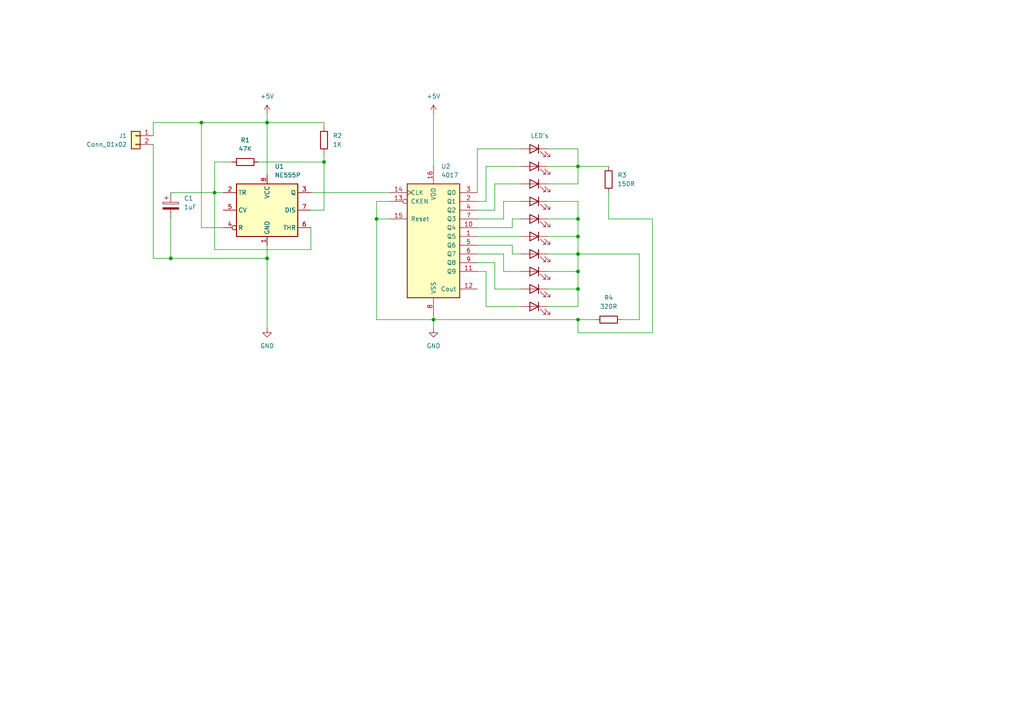
<source format=kicad_sch>
(kicad_sch (version 20231120) (generator "eeschema") (generator_version "8.0")
  (paper "A4")
  (lib_symbols
    (symbol "4xxx:4017" (pin_names (offset 1.016))
      (property "Reference" "U" (at -7.62 16.51 0))
      (property "Value" "4017" (at -7.62 -19.05 0))
      (symbol "4017_1_0"
        (pin output line (at 12.7 0 180) (length 5.08) (name "Q5") (number "1"))
        (pin output line (at 12.7 2.54 180) (length 5.08) (name "Q4") (number "10"))
        (pin output line (at 12.7 -10.16 180) (length 5.08) (name "Q9") (number "11"))
        (pin output line (at 12.7 -15.24 180) (length 5.08) (name "Cout") (number "12"))
        (pin input inverted (at -12.7 10.16 0) (length 5.08) (name "CKEN") (number "13"))
        (pin input clock (at -12.7 12.7 0) (length 5.08) (name "CLK") (number "14"))
        (pin input line (at -12.7 5.08 0) (length 5.08) (name "Reset") (number "15"))
        (pin power_in line (at 0 20.32 270) (length 5.08) (name "VDD") (number "16"))
        (pin output line (at 12.7 10.16 180) (length 5.08) (name "Q1") (number "2"))
        (pin output line (at 12.7 12.7 180) (length 5.08) (name "Q0") (number "3"))
        (pin output line (at 12.7 7.62 180) (length 5.08) (name "Q2") (number "4"))
        (pin output line (at 12.7 -2.54 180) (length 5.08) (name "Q6") (number "5"))
        (pin output line (at 12.7 -5.08 180) (length 5.08) (name "Q7") (number "6"))
        (pin output line (at 12.7 5.08 180) (length 5.08) (name "Q3") (number "7"))
        (pin power_in line (at 0 -22.86 90) (length 5.08) (name "VSS") (number "8"))
        (pin output line (at 12.7 -7.62 180) (length 5.08) (name "Q8") (number "9"))
      )
      (symbol "4017_1_1"
        (rectangle (start -7.62 15.24) (end 7.62 -17.78) (stroke (width 0.254)) (fill (type background)))
      )
    )
    (symbol "Connector_Generic:Conn_01x02" (pin_names (offset 1.016) hide)
      (property "Reference" "J" (at 0 2.54 0))
      (property "Value" "Conn_01x02" (at 0 -5.08 0))
      (symbol "Conn_01x02_1_1"
        (rectangle (start -1.27 -2.413) (end 0 -2.667) (stroke (width 0.1524)))
        (rectangle (start -1.27 0.127) (end 0 -0.127) (stroke (width 0.1524)))
        (rectangle (start -1.27 1.27) (end 1.27 -3.81) (stroke (width 0.254)) (fill (type background)))
        (pin passive line (at -5.08 0 0) (length 3.81) (name "Pin_1") (number "1"))
        (pin passive line (at -5.08 -2.54 0) (length 3.81) (name "Pin_2") (number "2"))
      )
    )
    (symbol "Device:C_Polarized" (pin_numbers hide) (pin_names (offset 0.254))
      (property "Reference" "C" (at 0.635 2.54 0))
      (property "Value" "C_Polarized" (at 0.635 -2.54 0))
      (symbol "C_Polarized_0_1"
        (rectangle (start -2.286 0.508) (end 2.286 1.016))
        (polyline (pts (xy -1.778 2.286) (xy -0.762 2.286)))
        (polyline (pts (xy -1.27 2.794) (xy -1.27 1.778)))
        (rectangle (start 2.286 -0.508) (end -2.286 -1.016) (fill (type outline)))
      )
      (symbol "C_Polarized_1_1"
        (pin passive line (at 0 3.81 270) (length 2.794) (name "~") (number "1"))
        (pin passive line (at 0 -3.81 90) (length 2.794) (name "~") (number "2"))
      )
    )
    (symbol "Device:LED" (pin_numbers hide) (pin_names (offset 1.016) hide)
      (property "Reference" "D" (at 0 2.54 0))
      (property "Value" "LED" (at 0 -2.54 0))
      (symbol "LED_0_1"
        (polyline (pts (xy -1.27 -1.27) (xy -1.27 1.27)) (stroke (width 0.254)))
        (polyline (pts (xy -1.27 0) (xy 1.27 0)))
        (polyline (pts (xy 1.27 -1.27) (xy 1.27 1.27) (xy -1.27 0) (xy 1.27 -1.27)) (stroke (width 0.254)))
        (polyline (pts (xy -3.048 -0.762) (xy -4.572 -2.286) (xy -3.81 -2.286) (xy -4.572 -2.286) (xy -4.572 -1.524)))
        (polyline (pts (xy -1.778 -0.762) (xy -3.302 -2.286) (xy -2.54 -2.286) (xy -3.302 -2.286) (xy -3.302 -1.524)))
      )
      (symbol "LED_1_1"
        (pin passive line (at -3.81 0 0) (length 2.54) (name "K") (number "1"))
        (pin passive line (at 3.81 0 180) (length 2.54) (name "A") (number "2"))
      )
    )
    (symbol "Device:R" (pin_numbers hide) (pin_names (offset 0))
      (property "Reference" "R" (at 2.032 0 90))
      (property "Value" "R" (at 0 0 90))
      (symbol "R_0_1"
        (rectangle (start -1.016 -2.54) (end 1.016 2.54) (stroke (width 0.254)))
      )
      (symbol "R_1_1"
        (pin passive line (at 0 3.81 270) (length 1.27) (name "~") (number "1"))
        (pin passive line (at 0 -3.81 90) (length 1.27) (name "~") (number "2"))
      )
    )
    (symbol "Timer:NE555P"
      (property "Reference" "U" (at -10.16 8.89 0))
      (property "Value" "NE555P" (at 2.54 8.89 0))
      (symbol "NE555P_0_0"
        (pin power_in line (at 0 -10.16 90) (length 2.54) (name "GND") (number "1"))
        (pin power_in line (at 0 10.16 270) (length 2.54) (name "VCC") (number "8"))
      )
      (symbol "NE555P_0_1"
        (rectangle (start -8.89 -7.62) (end 8.89 7.62) (stroke (width 0.254)) (fill (type background)))
        (rectangle (start -8.89 -7.62) (end 8.89 7.62) (stroke (width 0.254)) (fill (type background)))
      )
      (symbol "NE555P_1_1"
        (pin input line (at -12.7 5.08 0) (length 3.81) (name "TR") (number "2"))
        (pin output line (at 12.7 5.08 180) (length 3.81) (name "Q") (number "3"))
        (pin input inverted (at -12.7 -5.08 0) (length 3.81) (name "R") (number "4"))
        (pin input line (at -12.7 0 0) (length 3.81) (name "CV") (number "5"))
        (pin input line (at 12.7 -5.08 180) (length 3.81) (name "THR") (number "6"))
        (pin input line (at 12.7 0 180) (length 3.81) (name "DIS") (number "7"))
      )
    )
    (symbol "power:+5V" (power) (pin_names (offset 0))
      (property "Value" "+5V" (at 0 3.556 0))
      (symbol "+5V_0_1"
        (polyline (pts (xy -0.762 1.27) (xy 0 2.54)))
        (polyline (pts (xy 0 0) (xy 0 2.54)))
        (polyline (pts (xy 0 2.54) (xy 0.762 1.27)))
      )
      (symbol "+5V_1_1"
        (pin power_in line (at 0 0 90) (length 0) hide (name "+5V") (number "1"))
      )
    )
    (symbol "power:GND" (power) (pin_names (offset 0))
      (property "Value" "GND" (at 0 -3.81 0))
      (symbol "GND_0_1"
        (polyline (pts (xy 0 0) (xy 0 -1.27) (xy 1.27 -1.27) (xy 0 -2.54) (xy -1.27 -1.27) (xy 0 -1.27)))
      )
      (symbol "GND_1_1"
        (pin power_in line (at 0 0 270) (length 0) hide (name "GND") (number "1"))
      )
    )
  )
  (junction (at 93.98 46.99))
  (junction (at 109.22 63.5))
  (junction (at 167.64 78.74))
  (junction (at 49.53 74.93))
  (junction (at 167.64 83.82))
  (junction (at 167.64 68.58))
  (junction (at 77.47 74.93))
  (junction (at 167.64 63.5))
  (junction (at 58.42 35.56))
  (junction (at 62.23 55.88))
  (junction (at 167.64 92.71))
  (junction (at 167.64 48.26))
  (junction (at 77.47 35.56))
  (junction (at 125.73 92.71))
  (junction (at 167.64 73.66))
  (wire (pts (xy 185.42 92.71) (xy 180.34 92.71)))
  (wire (pts (xy 158.75 73.66) (xy 167.64 73.66)))
  (wire (pts (xy 113.03 58.42) (xy 109.22 58.42)))
  (wire (pts (xy 109.22 92.71) (xy 125.73 92.71)))
  (wire (pts (xy 140.97 88.9) (xy 151.13 88.9)))
  (wire (pts (xy 140.97 58.42) (xy 140.97 48.26)))
  (wire (pts (xy 138.43 76.2) (xy 143.51 76.2)))
  (wire (pts (xy 138.43 78.74) (xy 140.97 78.74)))
  (wire (pts (xy 62.23 46.99) (xy 62.23 55.88)))
  (wire (pts (xy 189.23 96.52) (xy 167.64 96.52)))
  (wire (pts (xy 167.64 92.71) (xy 172.72 92.71)))
  (wire (pts (xy 44.45 35.56) (xy 44.45 39.37)))
  (wire (pts (xy 44.45 41.91) (xy 44.45 74.93)))
  (wire (pts (xy 158.75 83.82) (xy 167.64 83.82)))
  (wire (pts (xy 58.42 35.56) (xy 44.45 35.56)))
  (wire (pts (xy 77.47 74.93) (xy 77.47 95.25)))
  (wire (pts (xy 143.51 83.82) (xy 151.13 83.82)))
  (wire (pts (xy 109.22 58.42) (xy 109.22 63.5)))
  (wire (pts (xy 58.42 66.04) (xy 58.42 35.56)))
  (wire (pts (xy 143.51 76.2) (xy 143.51 83.82)))
  (wire (pts (xy 62.23 46.99) (xy 67.31 46.99)))
  (wire (pts (xy 146.05 63.5) (xy 146.05 58.42)))
  (wire (pts (xy 148.59 73.66) (xy 151.13 73.66)))
  (wire (pts (xy 158.75 53.34) (xy 167.64 53.34)))
  (wire (pts (xy 138.43 68.58) (xy 151.13 68.58)))
  (wire (pts (xy 167.64 78.74) (xy 167.64 73.66)))
  (wire (pts (xy 158.75 63.5) (xy 167.64 63.5)))
  (wire (pts (xy 158.75 88.9) (xy 167.64 88.9)))
  (wire (pts (xy 49.53 74.93) (xy 77.47 74.93)))
  (wire (pts (xy 138.43 60.96) (xy 143.51 60.96)))
  (wire (pts (xy 138.43 63.5) (xy 146.05 63.5)))
  (wire (pts (xy 146.05 58.42) (xy 151.13 58.42)))
  (wire (pts (xy 148.59 71.12) (xy 148.59 73.66)))
  (wire (pts (xy 109.22 63.5) (xy 113.03 63.5)))
  (wire (pts (xy 125.73 33.02) (xy 125.73 48.26)))
  (wire (pts (xy 167.64 58.42) (xy 167.64 63.5)))
  (wire (pts (xy 167.64 43.18) (xy 167.64 48.26)))
  (wire (pts (xy 167.64 68.58) (xy 167.64 73.66)))
  (wire (pts (xy 140.97 78.74) (xy 140.97 88.9)))
  (wire (pts (xy 140.97 48.26) (xy 151.13 48.26)))
  (wire (pts (xy 176.53 55.88) (xy 176.53 63.5)))
  (wire (pts (xy 138.43 43.18) (xy 151.13 43.18)))
  (wire (pts (xy 167.64 92.71) (xy 167.64 96.52)))
  (wire (pts (xy 185.42 73.66) (xy 185.42 92.71)))
  (wire (pts (xy 138.43 71.12) (xy 148.59 71.12)))
  (wire (pts (xy 167.64 53.34) (xy 167.64 48.26)))
  (wire (pts (xy 143.51 53.34) (xy 151.13 53.34)))
  (wire (pts (xy 62.23 55.88) (xy 62.23 72.39)))
  (wire (pts (xy 90.17 66.04) (xy 90.17 72.39)))
  (wire (pts (xy 58.42 35.56) (xy 77.47 35.56)))
  (wire (pts (xy 44.45 74.93) (xy 49.53 74.93)))
  (wire (pts (xy 77.47 33.02) (xy 77.47 35.56)))
  (wire (pts (xy 109.22 63.5) (xy 109.22 92.71)))
  (wire (pts (xy 146.05 73.66) (xy 146.05 78.74)))
  (wire (pts (xy 93.98 44.45) (xy 93.98 46.99)))
  (wire (pts (xy 189.23 63.5) (xy 189.23 96.52)))
  (wire (pts (xy 138.43 66.04) (xy 148.59 66.04)))
  (wire (pts (xy 146.05 78.74) (xy 151.13 78.74)))
  (wire (pts (xy 138.43 55.88) (xy 138.43 43.18)))
  (wire (pts (xy 148.59 63.5) (xy 151.13 63.5)))
  (wire (pts (xy 158.75 58.42) (xy 167.64 58.42)))
  (wire (pts (xy 49.53 63.5) (xy 49.53 74.93)))
  (wire (pts (xy 176.53 63.5) (xy 189.23 63.5)))
  (wire (pts (xy 158.75 78.74) (xy 167.64 78.74)))
  (wire (pts (xy 93.98 35.56) (xy 77.47 35.56)))
  (wire (pts (xy 77.47 35.56) (xy 77.47 50.8)))
  (wire (pts (xy 158.75 48.26) (xy 167.64 48.26)))
  (wire (pts (xy 77.47 71.12) (xy 77.47 74.93)))
  (wire (pts (xy 125.73 92.71) (xy 167.64 92.71)))
  (wire (pts (xy 49.53 55.88) (xy 62.23 55.88)))
  (wire (pts (xy 167.64 73.66) (xy 185.42 73.66)))
  (wire (pts (xy 143.51 60.96) (xy 143.51 53.34)))
  (wire (pts (xy 93.98 46.99) (xy 93.98 60.96)))
  (wire (pts (xy 167.64 63.5) (xy 167.64 68.58)))
  (wire (pts (xy 167.64 88.9) (xy 167.64 83.82)))
  (wire (pts (xy 125.73 92.71) (xy 125.73 95.25)))
  (wire (pts (xy 158.75 68.58) (xy 167.64 68.58)))
  (wire (pts (xy 138.43 58.42) (xy 140.97 58.42)))
  (wire (pts (xy 93.98 60.96) (xy 90.17 60.96)))
  (wire (pts (xy 74.93 46.99) (xy 93.98 46.99)))
  (wire (pts (xy 90.17 72.39) (xy 62.23 72.39)))
  (wire (pts (xy 62.23 55.88) (xy 64.77 55.88)))
  (wire (pts (xy 167.64 48.26) (xy 176.53 48.26)))
  (wire (pts (xy 93.98 36.83) (xy 93.98 35.56)))
  (wire (pts (xy 64.77 66.04) (xy 58.42 66.04)))
  (wire (pts (xy 158.75 43.18) (xy 167.64 43.18)))
  (wire (pts (xy 167.64 83.82) (xy 167.64 78.74)))
  (wire (pts (xy 138.43 73.66) (xy 146.05 73.66)))
  (wire (pts (xy 125.73 91.44) (xy 125.73 92.71)))
  (wire (pts (xy 90.17 55.88) (xy 113.03 55.88)))
  (wire (pts (xy 148.59 66.04) (xy 148.59 63.5)))
  (symbol (lib_id "Device:LED") (at 154.94 63.5 0) (mirror y) (unit 1)
    (property "Reference" "D5" (effects (hide yes)))
    (property "Value" "LED" (effects (hide yes)))
    (property "Footprint" "LED_SMD:LED_1206_3216Metric_Pad1.42x1.75mm_HandSolder" (effects (hide yes)))
  )
  (symbol (lib_id "Timer:NE555P") (at 77.47 60.96 0) (unit 1)
    (property "Reference" "U1" (at 79.6641 48.26 0) (effects (justify left)))
    (property "Value" "NE555P" (at 79.6641 50.8 0) (effects (justify left)))
    (property "Footprint" "Package_SO:SOIC-8_3.9x4.9mm_P1.27mm" (effects (hide yes)))
    (property "Datasheet" "http://www.ti.com/lit/ds/symlink/ne555.pdf" (effects (hide yes)))
  )
  (symbol (lib_id "Device:C_Polarized") (at 49.53 59.69 0) (unit 1)
    (property "Reference" "C1" (at 53.34 57.531 0) (effects (justify left)))
    (property "Value" "1uF" (at 53.34 60.071 0) (effects (justify left)))
    (property "Footprint" "Capacitor_SMD:C_0805_2012Metric_Pad1.18x1.45mm_HandSolder" (effects (hide yes)))
  )
  (symbol (lib_id "Device:LED") (at 154.94 78.74 0) (mirror y) (unit 1)
    (property "Reference" "D8" (effects (hide yes)))
    (property "Value" "LED" (effects (hide yes)))
    (property "Footprint" "LED_SMD:LED_1206_3216Metric_Pad1.42x1.75mm_HandSolder" (effects (hide yes)))
  )
  (symbol (lib_id "Device:R") (at 93.98 40.64 0) (unit 1)
    (property "Reference" "R2" (at 96.52 39.37 0) (effects (justify left)))
    (property "Value" "1K" (at 96.52 41.91 0) (effects (justify left)))
    (property "Footprint" "Resistor_SMD:R_1206_3216Metric_Pad1.30x1.75mm_HandSolder" (effects (hide yes)))
  )
  (symbol (lib_id "Device:R") (at 176.53 52.07 0) (unit 1)
    (property "Reference" "R3" (at 179.07 50.8 0) (effects (justify left)))
    (property "Value" "150R" (at 179.07 53.34 0) (effects (justify left)))
    (property "Footprint" "Resistor_SMD:R_1206_3216Metric_Pad1.30x1.75mm_HandSolder" (effects (hide yes)))
  )
  (symbol (lib_id "Device:LED") (at 154.94 53.34 0) (mirror y) (unit 1)
    (property "Reference" "D3" (effects (hide yes)))
    (property "Value" "LED" (effects (hide yes)))
    (property "Footprint" "LED_SMD:LED_1206_3216Metric_Pad1.42x1.75mm_HandSolder" (effects (hide yes)))
  )
  (symbol (lib_id "Device:LED") (at 154.94 43.18 0) (mirror y) (unit 1)
    (property "Reference" "D1" (effects (hide yes)))
    (property "Value" "LED's" (at 156.5275 39.37 0))
    (property "Footprint" "LED_SMD:LED_1206_3216Metric_Pad1.42x1.75mm_HandSolder" (effects (hide yes)))
  )
  (symbol (lib_id "power:GND") (at 125.73 95.25 0) (unit 1)
    (property "Reference" "#PWR04" (effects (hide yes)))
    (property "Value" "GND" (at 125.73 100.33 0))
  )
  (symbol (lib_id "Device:LED") (at 154.94 73.66 0) (mirror y) (unit 1)
    (property "Reference" "D7" (effects (hide yes)))
    (property "Value" "LED" (effects (hide yes)))
    (property "Footprint" "LED_SMD:LED_1206_3216Metric_Pad1.42x1.75mm_HandSolder" (effects (hide yes)))
  )
  (symbol (lib_id "Device:R") (at 71.12 46.99 270) (unit 1)
    (property "Reference" "R1" (at 71.12 40.64 90))
    (property "Value" "47K" (at 71.12 43.18 90))
    (property "Footprint" "Resistor_SMD:R_1206_3216Metric_Pad1.30x1.75mm_HandSolder" (effects (hide yes)))
  )
  (symbol (lib_id "Device:LED") (at 154.94 83.82 0) (mirror y) (unit 1)
    (property "Reference" "D9" (effects (hide yes)))
    (property "Value" "LED" (effects (hide yes)))
    (property "Footprint" "LED_SMD:LED_1206_3216Metric_Pad1.42x1.75mm_HandSolder" (effects (hide yes)))
  )
  (symbol (lib_id "Device:R") (at 176.53 92.71 270) (unit 1)
    (property "Reference" "R4" (at 176.53 86.36 90))
    (property "Value" "320R" (at 176.53 88.9 90))
    (property "Footprint" "Resistor_SMD:R_1206_3216Metric_Pad1.30x1.75mm_HandSolder" (effects (hide yes)))
  )
  (symbol (lib_id "power:+5V") (at 125.73 33.02 0) (unit 1)
    (property "Reference" "#PWR03" (effects (hide yes)))
    (property "Value" "+5V" (at 125.73 27.94 0))
  )
  (symbol (lib_id "Device:LED") (at 154.94 88.9 0) (mirror y) (unit 1)
    (property "Reference" "D10" (effects (hide yes)))
    (property "Value" "LED" (effects (hide yes)))
    (property "Footprint" "LED_SMD:LED_1206_3216Metric_Pad1.42x1.75mm_HandSolder" (effects (hide yes)))
  )
  (symbol (lib_id "power:GND") (at 77.47 95.25 0) (unit 1)
    (property "Reference" "#PWR02" (effects (hide yes)))
    (property "Value" "GND" (at 77.47 100.33 0))
  )
  (symbol (lib_id "Device:LED") (at 154.94 48.26 0) (mirror y) (unit 1)
    (property "Reference" "D2" (effects (hide yes)))
    (property "Value" "LED" (effects (hide yes)))
    (property "Footprint" "LED_SMD:LED_1206_3216Metric_Pad1.42x1.75mm_HandSolder" (effects (hide yes)))
  )
  (symbol (lib_id "Connector_Generic:Conn_01x02") (at 39.37 39.37 0) (mirror y) (unit 1)
    (property "Reference" "J1" (at 36.83 39.37 0) (effects (justify left)))
    (property "Value" "Conn_01x02" (at 36.83 41.91 0) (effects (justify left)))
    (property "Footprint" "Connector_PinHeader_2.54mm:PinHeader_1x02_P2.54mm_Vertical" (effects (hide yes)))
  )
  (symbol (lib_id "4xxx:4017") (at 125.73 68.58 0) (unit 1)
    (property "Reference" "U2" (at 127.9241 48.26 0) (effects (justify left)))
    (property "Value" "4017" (at 127.9241 50.8 0) (effects (justify left)))
    (property "Footprint" "Package_SO:SOIC-16_3.9x9.9mm_P1.27mm" (effects (hide yes)))
    (property "Datasheet" "http://www.intersil.com/content/dam/Intersil/documents/cd40/cd4017bms-22bms.pdf" (effects (hide yes)))
  )
  (symbol (lib_id "Device:LED") (at 154.94 58.42 0) (mirror y) (unit 1)
    (property "Reference" "D4" (effects (hide yes)))
    (property "Value" "LED" (effects (hide yes)))
    (property "Footprint" "LED_SMD:LED_1206_3216Metric_Pad1.42x1.75mm_HandSolder" (effects (hide yes)))
  )
  (symbol (lib_id "power:+5V") (at 77.47 33.02 0) (unit 1)
    (property "Reference" "#PWR01" (effects (hide yes)))
    (property "Value" "+5V" (at 77.47 27.94 0))
  )
  (symbol (lib_id "Device:LED") (at 154.94 68.58 0) (mirror y) (unit 1)
    (property "Reference" "D6" (effects (hide yes)))
    (property "Value" "LED" (effects (hide yes)))
    (property "Footprint" "LED_SMD:LED_1206_3216Metric_Pad1.42x1.75mm_HandSolder" (effects (hide yes)))
  )
)
</source>
